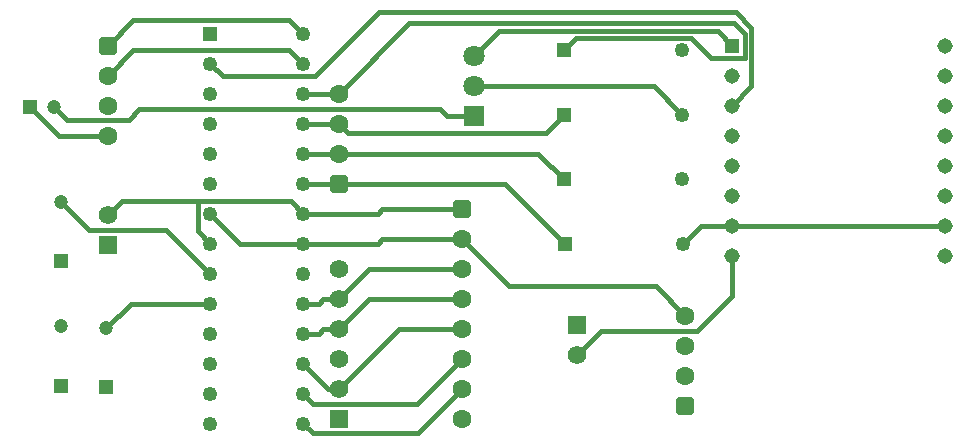
<source format=gbl>
G04*
G04 #@! TF.GenerationSoftware,Altium Limited,Altium Designer,25.2.1 (25)*
G04*
G04 Layer_Physical_Order=2*
G04 Layer_Color=16711680*
%FSLAX25Y25*%
%MOIN*%
G70*
G04*
G04 #@! TF.SameCoordinates,D5E538CD-2188-41BB-B8E0-149CA04C5D28*
G04*
G04*
G04 #@! TF.FilePolarity,Positive*
G04*
G01*
G75*
%ADD15C,0.04921*%
%ADD16R,0.04921X0.04921*%
%ADD21C,0.06181*%
%ADD22R,0.06181X0.06181*%
%ADD25C,0.04724*%
%ADD26R,0.04724X0.04724*%
%ADD29R,0.04724X0.04724*%
%ADD30C,0.01500*%
%ADD31C,0.05150*%
%ADD32R,0.05150X0.05150*%
%ADD33C,0.07087*%
%ADD34R,0.07087X0.07087*%
%ADD35C,0.06299*%
G04:AMPARAMS|DCode=36|XSize=62.99mil|YSize=62.99mil|CornerRadius=15.75mil|HoleSize=0mil|Usage=FLASHONLY|Rotation=90.000|XOffset=0mil|YOffset=0mil|HoleType=Round|Shape=RoundedRectangle|*
%AMROUNDEDRECTD36*
21,1,0.06299,0.03150,0,0,90.0*
21,1,0.03150,0.06299,0,0,90.0*
1,1,0.03150,0.01575,0.01575*
1,1,0.03150,0.01575,-0.01575*
1,1,0.03150,-0.01575,-0.01575*
1,1,0.03150,-0.01575,0.01575*
%
%ADD36ROUNDEDRECTD36*%
D15*
X227870Y112000D02*
D03*
X228185Y69000D02*
D03*
X227870Y90500D02*
D03*
Y133500D02*
D03*
X70500Y129000D02*
D03*
Y119000D02*
D03*
Y109000D02*
D03*
Y99000D02*
D03*
Y89000D02*
D03*
Y79000D02*
D03*
Y69000D02*
D03*
Y59000D02*
D03*
Y49000D02*
D03*
Y39000D02*
D03*
Y29000D02*
D03*
Y19000D02*
D03*
Y9000D02*
D03*
X101500D02*
D03*
Y19000D02*
D03*
Y29000D02*
D03*
Y39000D02*
D03*
Y49000D02*
D03*
Y59000D02*
D03*
Y69000D02*
D03*
Y79000D02*
D03*
Y89000D02*
D03*
Y99000D02*
D03*
Y109000D02*
D03*
Y119000D02*
D03*
Y129000D02*
D03*
Y139000D02*
D03*
D16*
X188500Y112000D02*
D03*
X188815Y69000D02*
D03*
X188500Y90500D02*
D03*
Y133500D02*
D03*
X70500Y139000D02*
D03*
D21*
X36500Y78500D02*
D03*
X113500Y60500D02*
D03*
Y50500D02*
D03*
Y40500D02*
D03*
Y30500D02*
D03*
Y20500D02*
D03*
X193000Y32000D02*
D03*
D22*
X36500Y68500D02*
D03*
X113500Y10500D02*
D03*
X193000Y42000D02*
D03*
D25*
X18500Y114500D02*
D03*
X21000Y82843D02*
D03*
X36000Y40843D02*
D03*
X21000Y41343D02*
D03*
D26*
X10626Y114500D02*
D03*
D29*
X21000Y63157D02*
D03*
X36000Y21157D02*
D03*
X21000Y21657D02*
D03*
D30*
X66400Y83100D02*
X97400D01*
X41100D02*
X66400D01*
Y73100D02*
X70500Y69000D01*
X66400Y73100D02*
Y83100D01*
X101500Y89000D02*
X113500D01*
X168815D01*
X188815Y69000D01*
X101500Y19000D02*
X105000Y15500D01*
X139500D01*
X154500Y30500D01*
X101500Y9000D02*
X104700Y5800D01*
X139800D01*
X154500Y20500D01*
X20126Y105000D02*
X36500D01*
X10626Y114500D02*
X20126Y105000D01*
X36500Y78500D02*
X41100Y83100D01*
X97400D02*
X101500Y79000D01*
X126500D01*
X128000Y80500D01*
X154500D01*
X158500Y121500D02*
X218370D01*
X227870Y112000D01*
X228185Y69000D02*
X234185Y75000D01*
X244500D01*
X315500D01*
X36500Y125000D02*
X45000Y133500D01*
X97000D01*
X101500Y129000D01*
X36500Y135000D02*
X45000Y143500D01*
X97000D01*
X101500Y139000D01*
Y99000D02*
X113500D01*
X180000D01*
X188500Y90500D01*
X101500Y39000D02*
X106700D01*
X108200Y40500D01*
X113500D01*
X123500Y50500D01*
X154500D01*
X110000Y20500D02*
X113500D01*
X101500Y29000D02*
X110000Y20500D01*
X113500D02*
X133500Y40500D01*
X154500D01*
X36000Y40843D02*
X44157Y49000D01*
X70500D01*
X18500Y114500D02*
X22700Y110300D01*
X43400D01*
X46800Y113700D01*
X147300D01*
X149500Y111500D01*
X158500D01*
X101500Y109000D02*
X113500D01*
X116500Y106000D01*
X182500D01*
X188500Y112000D01*
X70500Y129000D02*
X74800Y124700D01*
X105600D01*
X127000Y146100D01*
X245900D01*
X251000Y141000D01*
Y121500D02*
Y141000D01*
X244500Y115000D02*
X251000Y121500D01*
X101500Y49000D02*
X106700D01*
X108200Y50500D01*
X113500D01*
X123500Y60500D01*
X154500D01*
X193000Y32000D02*
X201000Y40000D01*
X233000D01*
X244500Y51500D01*
Y65000D01*
X101500Y119000D02*
X113500D01*
X137000Y142500D01*
X245100D01*
X248700Y138900D01*
Y130800D02*
Y138900D01*
X237411Y130800D02*
X248700D01*
X230700Y137511D02*
X237411Y130800D01*
X192511Y137511D02*
X230700D01*
X188500Y133500D02*
X192511Y137511D01*
X80500Y69000D02*
X101500D01*
X70500Y79000D02*
X80500Y69000D01*
X101500D02*
X126500D01*
X128000Y70500D01*
X154500D01*
X170300Y54700D01*
X219300D01*
X229000Y45000D01*
X158500Y131500D02*
X166811Y139811D01*
X239689D01*
X244500Y135000D01*
X56000Y73500D02*
X70500Y59000D01*
X30343Y73500D02*
X56000D01*
X21000Y82843D02*
X30343Y73500D01*
D31*
X244500Y105000D02*
D03*
Y95000D02*
D03*
X315500Y105000D02*
D03*
Y95000D02*
D03*
X244500Y85000D02*
D03*
Y115000D02*
D03*
X315500D02*
D03*
Y85000D02*
D03*
X244500Y125000D02*
D03*
X315500D02*
D03*
X244500Y75000D02*
D03*
X315500D02*
D03*
Y135000D02*
D03*
X244500Y65000D02*
D03*
X315500D02*
D03*
D32*
X244500Y135000D02*
D03*
D33*
X158500Y131500D02*
D03*
Y121500D02*
D03*
D34*
Y111500D02*
D03*
D35*
X229000Y25000D02*
D03*
Y35000D02*
D03*
Y45000D02*
D03*
X36500Y125000D02*
D03*
Y115000D02*
D03*
Y105000D02*
D03*
X113500Y99000D02*
D03*
Y109000D02*
D03*
Y119000D02*
D03*
X154500Y30500D02*
D03*
Y50500D02*
D03*
Y70500D02*
D03*
Y60500D02*
D03*
Y40500D02*
D03*
Y20500D02*
D03*
Y10500D02*
D03*
D36*
X229000Y15000D02*
D03*
X36500Y135000D02*
D03*
X113500Y89000D02*
D03*
X154500Y80500D02*
D03*
M02*

</source>
